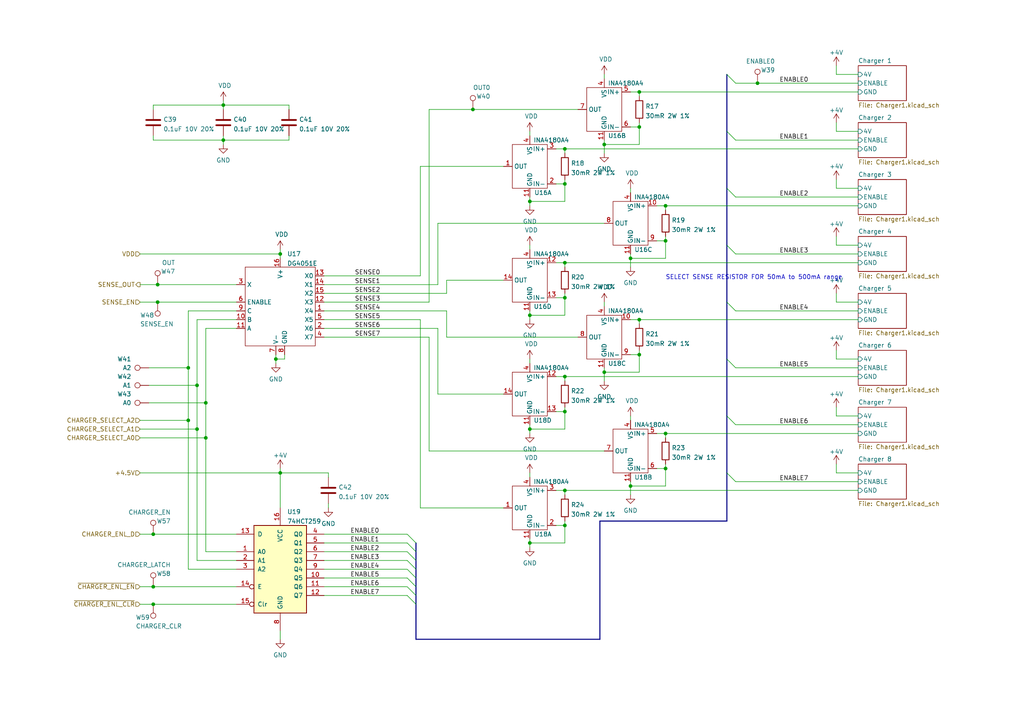
<source format=kicad_sch>
(kicad_sch (version 20211123) (generator eeschema)
  (paper "A4")
  (lib_symbols
    (symbol "74xx:74LS259" (pin_names (offset 1.016))
      (property "Reference" "U" (at -7.62 13.97 0))
      (property "Value" "74LS259" (at -7.62 -13.97 0))
      (symbol "74LS259_1_0"
        (pin input line (at -12.7 5.08 0) (length 5.08) (name "A0") (number "1"))
        (pin output line (at 12.7 -2.54 180) (length 5.08) (name "Q5") (number "10"))
        (pin output line (at 12.7 -5.08 180) (length 5.08) (name "Q6") (number "11"))
        (pin output line (at 12.7 -7.62 180) (length 5.08) (name "Q7") (number "12"))
        (pin input line (at -12.7 10.16 0) (length 5.08) (name "D") (number "13"))
        (pin input inverted (at -12.7 -5.08 0) (length 5.08) (name "E") (number "14"))
        (pin input inverted (at -12.7 -10.16 0) (length 5.08) (name "Clr") (number "15"))
        (pin power_in line (at 0 17.78 270) (length 5.08) (name "VCC") (number "16"))
        (pin input line (at -12.7 2.54 0) (length 5.08) (name "A1") (number "2"))
        (pin input line (at -12.7 0 0) (length 5.08) (name "A2") (number "3"))
        (pin output line (at 12.7 10.16 180) (length 5.08) (name "Q0") (number "4"))
        (pin output line (at 12.7 7.62 180) (length 5.08) (name "Q1") (number "5"))
        (pin output line (at 12.7 5.08 180) (length 5.08) (name "Q2") (number "6"))
        (pin output line (at 12.7 2.54 180) (length 5.08) (name "Q3") (number "7"))
        (pin power_in line (at 0 -17.78 90) (length 5.08) (name "GND") (number "8"))
        (pin output line (at 12.7 0 180) (length 5.08) (name "Q4") (number "9"))
      )
      (symbol "74LS259_1_1"
        (rectangle (start -7.62 12.7) (end 7.62 -12.7) (stroke (width 0.254)) (fill (type background)))
      )
    )
    (symbol "Device:C" (pin_numbers hide) (pin_names (offset 0.254))
      (property "Reference" "C" (at 0.635 2.54 0))
      (property "Value" "C" (at 0.635 -2.54 0))
      (symbol "C_0_1"
        (polyline (pts (xy -2.032 -0.762) (xy 2.032 -0.762)) (stroke (width 0.508)))
        (polyline (pts (xy -2.032 0.762) (xy 2.032 0.762)) (stroke (width 0.508)))
      )
      (symbol "C_1_1"
        (pin passive line (at 0 3.81 270) (length 2.794) (name "~") (number "1"))
        (pin passive line (at 0 -3.81 90) (length 2.794) (name "~") (number "2"))
      )
    )
    (symbol "Device:R" (pin_numbers hide) (pin_names (offset 0))
      (property "Reference" "R" (at 2.032 0 90))
      (property "Value" "R" (at 0 0 90))
      (symbol "R_0_1"
        (rectangle (start -1.016 -2.54) (end 1.016 2.54) (stroke (width 0.254)))
      )
      (symbol "R_1_1"
        (pin passive line (at 0 3.81 270) (length 1.27) (name "~") (number "1"))
        (pin passive line (at 0 -3.81 90) (length 1.27) (name "~") (number "2"))
      )
    )
    (symbol "Pixels-dice:DG4051E"
      (property "Reference" "U" (at 7.62 -12.7 0))
      (property "Value" "DG4051E" (at 5.08 12.7 0))
      (symbol "DG4051E_0_1"
        (rectangle (start -10.16 11.43) (end 10.16 -11.43))
      )
      (symbol "DG4051E_1_1"
        (pin bidirectional line (at 12.7 -1.27 180) (length 2.54) (name "X4") (number "1"))
        (pin input line (at -12.7 -3.81 0) (length 2.54) (name "B") (number "10"))
        (pin input line (at -12.7 -6.35 0) (length 2.54) (name "A") (number "11"))
        (pin bidirectional line (at 12.7 1.27 180) (length 2.54) (name "X3") (number "12"))
        (pin bidirectional line (at 12.7 8.89 180) (length 2.54) (name "X0") (number "13"))
        (pin bidirectional line (at 12.7 6.35 180) (length 2.54) (name "X1") (number "14"))
        (pin bidirectional line (at 12.7 3.81 180) (length 2.54) (name "X2") (number "15"))
        (pin power_in line (at 0 13.97 270) (length 2.54) (name "V+") (number "16"))
        (pin bidirectional line (at 12.7 -6.35 180) (length 2.54) (name "X6") (number "2"))
        (pin bidirectional line (at -12.7 6.35 0) (length 2.54) (name "X") (number "3"))
        (pin bidirectional line (at 12.7 -8.89 180) (length 2.54) (name "X7") (number "4"))
        (pin bidirectional line (at 12.7 -3.81 180) (length 2.54) (name "X5") (number "5"))
        (pin input line (at -12.7 1.27 0) (length 2.54) (name "ENABLE") (number "6"))
        (pin power_in line (at -1.27 -13.97 90) (length 2.54) (name "V-") (number "7"))
        (pin power_in line (at 1.27 -13.97 90) (length 2.54) (name "GND") (number "8"))
        (pin input line (at -12.7 -1.27 0) (length 2.54) (name "C") (number "9"))
      )
    )
    (symbol "Pixels-dice:INA4180"
      (property "Reference" "U" (at 3.81 -7.62 0))
      (property "Value" "INA4180" (at 5.08 7.62 0))
      (symbol "INA4180_0_1"
        (rectangle (start -5.08 6.35) (end 5.08 -6.35))
        (pin power_in line (at 0 -8.89 90) (length 2.54) (name "GND") (number "11"))
        (pin power_in line (at 0 8.89 270) (length 2.54) (name "VS") (number "4"))
      )
      (symbol "INA4180_1_1"
        (pin output line (at 7.62 0 180) (length 2.54) (name "OUT") (number "1"))
        (pin input line (at -7.62 -5.08 0) (length 2.54) (name "IN-") (number "2"))
        (pin input line (at -7.62 5.08 0) (length 2.54) (name "IN+") (number "3"))
      )
      (symbol "INA4180_2_1"
        (pin input line (at -7.62 5.08 0) (length 2.54) (name "IN+") (number "5"))
        (pin input line (at -7.62 -5.08 0) (length 2.54) (name "IN-") (number "6"))
        (pin output line (at 7.62 0 180) (length 2.54) (name "OUT") (number "7"))
      )
      (symbol "INA4180_3_1"
        (pin input line (at -7.62 5.08 0) (length 2.54) (name "IN+") (number "10"))
        (pin output line (at 7.62 0 180) (length 2.54) (name "OUT") (number "8"))
        (pin input line (at -7.62 -5.08 0) (length 2.54) (name "IN-") (number "9"))
      )
      (symbol "INA4180_4_1"
        (pin input line (at -7.62 5.08 0) (length 2.54) (name "IN+") (number "12"))
        (pin input line (at -7.62 -5.08 0) (length 2.54) (name "IN-") (number "13"))
        (pin output line (at 7.62 0 180) (length 2.54) (name "OUT") (number "14"))
      )
    )
    (symbol "Pixels-dice:TEST_1P-conn" (pin_numbers hide) (pin_names (offset 0.762) hide)
      (property "Reference" "W" (at 0 6.858 0))
      (property "Value" "TEST_1P-conn" (at 0 5.08 0))
      (symbol "TEST_1P-conn_0_1"
        (circle (center 0 3.302) (radius 0.762))
      )
      (symbol "TEST_1P-conn_1_1"
        (pin passive line (at 0 0 90) (length 2.54) (name "1") (number "1"))
      )
    )
    (symbol "power:+4V" (power) (pin_names (offset 0))
      (property "Value" "+4V" (at 0 3.556 0))
      (symbol "+4V_0_1"
        (polyline (pts (xy -0.762 1.27) (xy 0 2.54)))
        (polyline (pts (xy 0 0) (xy 0 2.54)))
        (polyline (pts (xy 0 2.54) (xy 0.762 1.27)))
      )
      (symbol "+4V_1_1"
        (pin power_in line (at 0 0 90) (length 0) hide (name "+4V") (number "1"))
      )
    )
    (symbol "power:GND" (power) (pin_names (offset 0))
      (property "Value" "GND" (at 0 -3.81 0))
      (symbol "GND_0_1"
        (polyline (pts (xy 0 0) (xy 0 -1.27) (xy 1.27 -1.27) (xy 0 -2.54) (xy -1.27 -1.27) (xy 0 -1.27)))
      )
      (symbol "GND_1_1"
        (pin power_in line (at 0 0 270) (length 0) hide (name "GND") (number "1"))
      )
    )
    (symbol "power:VDD" (power) (pin_names (offset 0))
      (property "Value" "VDD" (at 0 3.81 0))
      (symbol "VDD_0_1"
        (polyline (pts (xy -0.762 1.27) (xy 0 2.54)))
        (polyline (pts (xy 0 0) (xy 0 2.54)))
        (polyline (pts (xy 0 2.54) (xy 0.762 1.27)))
      )
      (symbol "VDD_1_1"
        (pin power_in line (at 0 0 90) (length 0) hide (name "VDD") (number "1"))
      )
    )
  )
  (junction (at 153.67 58.42))
  (junction (at 59.69 127))
  (junction (at 219.71 24.13))
  (junction (at 182.88 74.93))
  (junction (at 44.45 175.26))
  (junction (at 185.42 36.83))
  (junction (at 193.04 125.73))
  (junction (at 81.28 73.66))
  (junction (at 59.69 116.84))
  (junction (at 44.45 170.18))
  (junction (at 193.04 69.85))
  (junction (at 153.67 157.48))
  (junction (at 80.01 104.14))
  (junction (at 57.15 124.46))
  (junction (at 182.88 140.97))
  (junction (at 153.67 124.46))
  (junction (at 57.15 111.76))
  (junction (at 185.42 26.67))
  (junction (at 163.83 53.34))
  (junction (at 175.26 107.95))
  (junction (at 45.72 87.63))
  (junction (at 163.83 86.36))
  (junction (at 163.83 142.24))
  (junction (at 163.83 76.2))
  (junction (at 44.45 154.94))
  (junction (at 64.77 30.48))
  (junction (at 185.42 102.87))
  (junction (at 163.83 119.38))
  (junction (at 137.16 31.75))
  (junction (at 193.04 135.89))
  (junction (at 163.83 43.18))
  (junction (at 64.77 40.64))
  (junction (at 193.04 59.69))
  (junction (at 185.42 92.71))
  (junction (at 163.83 109.22))
  (junction (at 153.67 91.44))
  (junction (at 175.26 41.91))
  (junction (at 163.83 152.4))
  (junction (at 45.72 82.55))
  (junction (at 54.61 121.92))
  (junction (at 54.61 106.68))
  (junction (at 81.28 137.16))
  (bus_entry (at 118.11 170.18) (size 2.54 2.54))
  (bus_entry (at 118.11 162.56) (size 2.54 2.54))
  (bus_entry (at 118.11 157.48) (size 2.54 2.54))
  (bus_entry (at 118.11 154.94) (size 2.54 2.54))
  (bus_entry (at 118.11 160.02) (size 2.54 2.54))
  (bus_entry (at 118.11 172.72) (size 2.54 2.54))
  (bus_entry (at 118.11 167.64) (size 2.54 2.54))
  (bus_entry (at 118.11 165.1) (size 2.54 2.54))
  (bus_entry (at 210.82 21.59) (size 2.54 2.54))
  (bus_entry (at 213.36 40.64) (size -2.54 -2.54))
  (bus_entry (at 213.36 57.15) (size -2.54 -2.54))
  (bus_entry (at 213.36 73.66) (size -2.54 -2.54))
  (bus_entry (at 213.36 106.68) (size -2.54 -2.54))
  (bus_entry (at 213.36 90.17) (size -2.54 -2.54))
  (bus_entry (at 213.36 139.7) (size -2.54 -2.54))
  (bus_entry (at 213.36 123.19) (size -2.54 -2.54))
  (wire (pts (xy 190.5 125.73) (xy 193.04 125.73)))
  (wire (pts (xy 127 64.77) (xy 175.26 64.77)))
  (wire (pts (xy 80.01 102.87) (xy 80.01 104.14)))
  (wire (pts (xy 121.92 147.32) (xy 121.92 92.71)))
  (wire (pts (xy 54.61 121.92) (xy 54.61 165.1)))
  (wire (pts (xy 185.42 26.67) (xy 248.92 26.67)))
  (wire (pts (xy 193.04 69.85) (xy 193.04 74.93)))
  (wire (pts (xy 153.67 90.17) (xy 153.67 91.44)))
  (bus (pts (xy 210.82 38.1) (xy 210.82 54.61)))
  (wire (pts (xy 193.04 125.73) (xy 193.04 127)))
  (wire (pts (xy 129.54 90.17) (xy 129.54 97.79)))
  (wire (pts (xy 213.36 106.68) (xy 248.92 106.68)))
  (wire (pts (xy 64.77 30.48) (xy 83.82 30.48)))
  (wire (pts (xy 213.36 139.7) (xy 248.92 139.7)))
  (wire (pts (xy 153.67 57.15) (xy 153.67 58.42)))
  (wire (pts (xy 153.67 38.1) (xy 153.67 39.37)))
  (wire (pts (xy 44.45 170.18) (xy 68.58 170.18)))
  (wire (pts (xy 43.18 106.68) (xy 54.61 106.68)))
  (wire (pts (xy 81.28 72.39) (xy 81.28 73.66)))
  (wire (pts (xy 213.36 90.17) (xy 248.92 90.17)))
  (wire (pts (xy 43.18 116.84) (xy 59.69 116.84)))
  (wire (pts (xy 182.88 26.67) (xy 185.42 26.67)))
  (wire (pts (xy 163.83 119.38) (xy 163.83 124.46)))
  (wire (pts (xy 163.83 109.22) (xy 163.83 110.49)))
  (wire (pts (xy 175.26 107.95) (xy 175.26 110.49)))
  (wire (pts (xy 40.64 154.94) (xy 44.45 154.94)))
  (wire (pts (xy 163.83 53.34) (xy 163.83 52.07)))
  (wire (pts (xy 95.25 138.43) (xy 95.25 137.16)))
  (wire (pts (xy 93.98 154.94) (xy 118.11 154.94)))
  (wire (pts (xy 93.98 165.1) (xy 118.11 165.1)))
  (wire (pts (xy 44.45 154.94) (xy 68.58 154.94)))
  (bus (pts (xy 173.99 185.42) (xy 173.99 151.13)))
  (wire (pts (xy 242.57 87.63) (xy 248.92 87.63)))
  (wire (pts (xy 57.15 111.76) (xy 57.15 92.71)))
  (wire (pts (xy 182.88 140.97) (xy 182.88 143.51)))
  (bus (pts (xy 210.82 71.12) (xy 210.82 87.63)))
  (wire (pts (xy 163.83 152.4) (xy 163.83 151.13)))
  (wire (pts (xy 242.57 85.09) (xy 242.57 87.63)))
  (wire (pts (xy 190.5 59.69) (xy 193.04 59.69)))
  (wire (pts (xy 175.26 41.91) (xy 175.26 44.45)))
  (wire (pts (xy 81.28 182.88) (xy 81.28 185.42)))
  (wire (pts (xy 242.57 21.59) (xy 248.92 21.59)))
  (wire (pts (xy 44.45 39.37) (xy 44.45 40.64)))
  (wire (pts (xy 93.98 172.72) (xy 118.11 172.72)))
  (wire (pts (xy 59.69 116.84) (xy 59.69 95.25)))
  (wire (pts (xy 193.04 69.85) (xy 193.04 68.58)))
  (wire (pts (xy 83.82 30.48) (xy 83.82 31.75)))
  (wire (pts (xy 193.04 135.89) (xy 193.04 140.97)))
  (wire (pts (xy 153.67 104.14) (xy 153.67 105.41)))
  (wire (pts (xy 242.57 19.05) (xy 242.57 21.59)))
  (wire (pts (xy 82.55 104.14) (xy 80.01 104.14)))
  (wire (pts (xy 175.26 106.68) (xy 175.26 107.95)))
  (wire (pts (xy 163.83 43.18) (xy 248.92 43.18)))
  (bus (pts (xy 120.65 167.64) (xy 120.65 170.18)))
  (wire (pts (xy 242.57 120.65) (xy 248.92 120.65)))
  (wire (pts (xy 161.29 43.18) (xy 163.83 43.18)))
  (wire (pts (xy 153.67 58.42) (xy 153.67 59.69)))
  (wire (pts (xy 45.72 82.55) (xy 68.58 82.55)))
  (wire (pts (xy 242.57 137.16) (xy 248.92 137.16)))
  (wire (pts (xy 161.29 119.38) (xy 163.83 119.38)))
  (wire (pts (xy 54.61 165.1) (xy 68.58 165.1)))
  (wire (pts (xy 93.98 162.56) (xy 118.11 162.56)))
  (wire (pts (xy 193.04 125.73) (xy 248.92 125.73)))
  (wire (pts (xy 242.57 68.58) (xy 242.57 71.12)))
  (wire (pts (xy 242.57 52.07) (xy 242.57 54.61)))
  (wire (pts (xy 193.04 140.97) (xy 182.88 140.97)))
  (wire (pts (xy 242.57 35.56) (xy 242.57 38.1)))
  (wire (pts (xy 45.72 87.63) (xy 68.58 87.63)))
  (wire (pts (xy 64.77 39.37) (xy 64.77 40.64)))
  (wire (pts (xy 129.54 81.28) (xy 129.54 85.09)))
  (wire (pts (xy 163.83 119.38) (xy 163.83 118.11)))
  (wire (pts (xy 127 114.3) (xy 146.05 114.3)))
  (bus (pts (xy 120.65 157.48) (xy 120.65 160.02)))
  (wire (pts (xy 163.83 53.34) (xy 163.83 58.42)))
  (wire (pts (xy 40.64 127) (xy 59.69 127)))
  (bus (pts (xy 120.65 165.1) (xy 120.65 167.64)))
  (wire (pts (xy 137.16 31.75) (xy 167.64 31.75)))
  (wire (pts (xy 182.88 54.61) (xy 182.88 55.88)))
  (wire (pts (xy 81.28 137.16) (xy 95.25 137.16)))
  (bus (pts (xy 120.65 160.02) (xy 120.65 162.56)))
  (wire (pts (xy 44.45 175.26) (xy 68.58 175.26)))
  (wire (pts (xy 121.92 48.26) (xy 146.05 48.26)))
  (wire (pts (xy 121.92 92.71) (xy 93.98 92.71)))
  (wire (pts (xy 57.15 124.46) (xy 57.15 111.76)))
  (wire (pts (xy 242.57 38.1) (xy 248.92 38.1)))
  (wire (pts (xy 93.98 167.64) (xy 118.11 167.64)))
  (wire (pts (xy 185.42 92.71) (xy 248.92 92.71)))
  (wire (pts (xy 59.69 127) (xy 59.69 160.02)))
  (wire (pts (xy 163.83 142.24) (xy 248.92 142.24)))
  (wire (pts (xy 242.57 71.12) (xy 248.92 71.12)))
  (wire (pts (xy 54.61 106.68) (xy 54.61 90.17)))
  (wire (pts (xy 185.42 36.83) (xy 185.42 35.56)))
  (wire (pts (xy 242.57 118.11) (xy 242.57 120.65)))
  (wire (pts (xy 83.82 39.37) (xy 83.82 40.64)))
  (wire (pts (xy 153.67 156.21) (xy 153.67 157.48)))
  (wire (pts (xy 124.46 87.63) (xy 93.98 87.63)))
  (wire (pts (xy 182.88 74.93) (xy 182.88 77.47)))
  (wire (pts (xy 121.92 48.26) (xy 121.92 80.01)))
  (wire (pts (xy 81.28 135.89) (xy 81.28 137.16)))
  (wire (pts (xy 57.15 124.46) (xy 57.15 162.56)))
  (wire (pts (xy 124.46 31.75) (xy 137.16 31.75)))
  (bus (pts (xy 210.82 104.14) (xy 210.82 120.65)))
  (wire (pts (xy 242.57 54.61) (xy 248.92 54.61)))
  (wire (pts (xy 185.42 41.91) (xy 175.26 41.91)))
  (wire (pts (xy 93.98 97.79) (xy 124.46 97.79)))
  (wire (pts (xy 153.67 71.12) (xy 153.67 72.39)))
  (wire (pts (xy 163.83 124.46) (xy 153.67 124.46)))
  (wire (pts (xy 43.18 111.76) (xy 57.15 111.76)))
  (bus (pts (xy 120.65 170.18) (xy 120.65 172.72)))
  (wire (pts (xy 95.25 147.32) (xy 95.25 146.05)))
  (wire (pts (xy 163.83 86.36) (xy 163.83 85.09)))
  (bus (pts (xy 210.82 87.63) (xy 210.82 104.14)))
  (wire (pts (xy 64.77 30.48) (xy 64.77 31.75)))
  (wire (pts (xy 40.64 137.16) (xy 81.28 137.16)))
  (wire (pts (xy 161.29 86.36) (xy 163.83 86.36)))
  (wire (pts (xy 80.01 104.14) (xy 80.01 105.41)))
  (bus (pts (xy 120.65 185.42) (xy 173.99 185.42)))
  (wire (pts (xy 121.92 147.32) (xy 146.05 147.32)))
  (wire (pts (xy 44.45 30.48) (xy 64.77 30.48)))
  (wire (pts (xy 59.69 160.02) (xy 68.58 160.02)))
  (bus (pts (xy 120.65 172.72) (xy 120.65 175.26)))
  (wire (pts (xy 153.67 124.46) (xy 153.67 125.73)))
  (wire (pts (xy 163.83 76.2) (xy 163.83 77.47)))
  (wire (pts (xy 182.88 120.65) (xy 182.88 121.92)))
  (wire (pts (xy 93.98 90.17) (xy 129.54 90.17)))
  (wire (pts (xy 242.57 101.6) (xy 242.57 104.14)))
  (bus (pts (xy 120.65 162.56) (xy 120.65 165.1)))
  (wire (pts (xy 81.28 73.66) (xy 81.28 74.93)))
  (wire (pts (xy 127 95.25) (xy 127 114.3)))
  (wire (pts (xy 163.83 142.24) (xy 163.83 143.51)))
  (wire (pts (xy 185.42 102.87) (xy 185.42 107.95)))
  (wire (pts (xy 82.55 102.87) (xy 82.55 104.14)))
  (wire (pts (xy 185.42 107.95) (xy 175.26 107.95)))
  (wire (pts (xy 40.64 73.66) (xy 81.28 73.66)))
  (wire (pts (xy 213.36 57.15) (xy 248.92 57.15)))
  (wire (pts (xy 40.64 82.55) (xy 45.72 82.55)))
  (wire (pts (xy 153.67 123.19) (xy 153.67 124.46)))
  (wire (pts (xy 163.83 152.4) (xy 163.83 157.48)))
  (bus (pts (xy 210.82 120.65) (xy 210.82 137.16)))
  (bus (pts (xy 173.99 151.13) (xy 210.82 151.13)))
  (wire (pts (xy 185.42 26.67) (xy 185.42 27.94)))
  (wire (pts (xy 213.36 40.64) (xy 248.92 40.64)))
  (wire (pts (xy 175.26 40.64) (xy 175.26 41.91)))
  (wire (pts (xy 93.98 95.25) (xy 127 95.25)))
  (wire (pts (xy 93.98 85.09) (xy 129.54 85.09)))
  (wire (pts (xy 182.88 73.66) (xy 182.88 74.93)))
  (wire (pts (xy 182.88 36.83) (xy 185.42 36.83)))
  (bus (pts (xy 210.82 137.16) (xy 210.82 151.13)))
  (wire (pts (xy 81.28 137.16) (xy 81.28 147.32)))
  (wire (pts (xy 54.61 121.92) (xy 54.61 106.68)))
  (wire (pts (xy 161.29 152.4) (xy 163.83 152.4)))
  (wire (pts (xy 153.67 157.48) (xy 153.67 158.75)))
  (wire (pts (xy 40.64 121.92) (xy 54.61 121.92)))
  (wire (pts (xy 193.04 74.93) (xy 182.88 74.93)))
  (wire (pts (xy 129.54 81.28) (xy 146.05 81.28)))
  (wire (pts (xy 175.26 87.63) (xy 175.26 88.9)))
  (wire (pts (xy 193.04 135.89) (xy 193.04 134.62)))
  (wire (pts (xy 121.92 80.01) (xy 93.98 80.01)))
  (wire (pts (xy 153.67 91.44) (xy 153.67 92.71)))
  (wire (pts (xy 185.42 102.87) (xy 185.42 101.6)))
  (wire (pts (xy 213.36 73.66) (xy 248.92 73.66)))
  (wire (pts (xy 40.64 87.63) (xy 45.72 87.63)))
  (wire (pts (xy 124.46 31.75) (xy 124.46 87.63)))
  (wire (pts (xy 64.77 29.21) (xy 64.77 30.48)))
  (wire (pts (xy 44.45 31.75) (xy 44.45 30.48)))
  (wire (pts (xy 59.69 95.25) (xy 68.58 95.25)))
  (wire (pts (xy 161.29 109.22) (xy 163.83 109.22)))
  (wire (pts (xy 57.15 162.56) (xy 68.58 162.56)))
  (wire (pts (xy 129.54 97.79) (xy 167.64 97.79)))
  (wire (pts (xy 242.57 104.14) (xy 248.92 104.14)))
  (wire (pts (xy 190.5 69.85) (xy 193.04 69.85)))
  (wire (pts (xy 242.57 134.62) (xy 242.57 137.16)))
  (bus (pts (xy 210.82 21.59) (xy 210.82 38.1)))
  (wire (pts (xy 213.36 123.19) (xy 248.92 123.19)))
  (wire (pts (xy 193.04 59.69) (xy 248.92 59.69)))
  (wire (pts (xy 127 64.77) (xy 127 82.55)))
  (wire (pts (xy 40.64 124.46) (xy 57.15 124.46)))
  (wire (pts (xy 161.29 53.34) (xy 163.83 53.34)))
  (wire (pts (xy 163.83 157.48) (xy 153.67 157.48)))
  (wire (pts (xy 163.83 58.42) (xy 153.67 58.42)))
  (wire (pts (xy 124.46 97.79) (xy 124.46 130.81)))
  (wire (pts (xy 190.5 135.89) (xy 193.04 135.89)))
  (wire (pts (xy 213.36 24.13) (xy 219.71 24.13)))
  (wire (pts (xy 185.42 92.71) (xy 185.42 93.98)))
  (wire (pts (xy 163.83 109.22) (xy 248.92 109.22)))
  (wire (pts (xy 193.04 59.69) (xy 193.04 60.96)))
  (wire (pts (xy 163.83 86.36) (xy 163.83 91.44)))
  (wire (pts (xy 93.98 170.18) (xy 118.11 170.18)))
  (wire (pts (xy 175.26 21.59) (xy 175.26 22.86)))
  (wire (pts (xy 83.82 40.64) (xy 64.77 40.64)))
  (wire (pts (xy 182.88 102.87) (xy 185.42 102.87)))
  (wire (pts (xy 182.88 139.7) (xy 182.88 140.97)))
  (wire (pts (xy 64.77 40.64) (xy 64.77 41.91)))
  (wire (pts (xy 161.29 76.2) (xy 163.83 76.2)))
  (wire (pts (xy 40.64 175.26) (xy 44.45 175.26)))
  (wire (pts (xy 185.42 36.83) (xy 185.42 41.91)))
  (wire (pts (xy 44.45 40.64) (xy 64.77 40.64)))
  (wire (pts (xy 59.69 127) (xy 59.69 116.84)))
  (wire (pts (xy 93.98 157.48) (xy 118.11 157.48)))
  (wire (pts (xy 182.88 92.71) (xy 185.42 92.71)))
  (wire (pts (xy 124.46 130.81) (xy 175.26 130.81)))
  (wire (pts (xy 163.83 76.2) (xy 248.92 76.2)))
  (wire (pts (xy 54.61 90.17) (xy 68.58 90.17)))
  (wire (pts (xy 163.83 91.44) (xy 153.67 91.44)))
  (wire (pts (xy 219.71 24.13) (xy 248.92 24.13)))
  (wire (pts (xy 57.15 92.71) (xy 68.58 92.71)))
  (wire (pts (xy 161.29 142.24) (xy 163.83 142.24)))
  (wire (pts (xy 93.98 160.02) (xy 118.11 160.02)))
  (wire (pts (xy 163.83 43.18) (xy 163.83 44.45)))
  (wire (pts (xy 40.64 170.18) (xy 44.45 170.18)))
  (wire (pts (xy 93.98 82.55) (xy 127 82.55)))
  (bus (pts (xy 120.65 175.26) (xy 120.65 185.42)))
  (bus (pts (xy 210.82 54.61) (xy 210.82 71.12)))
  (wire (pts (xy 153.67 137.16) (xy 153.67 138.43)))
  (text "SELECT SENSE RESISTOR FOR 50mA to 500mA range" (at 193.04 81.28 0) (effects (font (size 1.27 1.27)) (justify left bottom)))
  (label "SENSE7" (at 102.87 97.79 0))
  (label "SENSE6" (at 102.87 95.25 0))
  (label "SENSE1" (at 102.87 82.55 0))
  (label "ENABLE1" (at 226.06 40.64 0))
  (label "ENABLE2" (at 226.06 57.15 0))
  (label "ENABLE6" (at 101.6 170.18 0))
  (label "ENABLE2" (at 101.6 160.02 0))
  (label "ENABLE4" (at 101.6 165.1 0))
  (label "SENSE2" (at 102.87 85.09 0))
  (label "SENSE4" (at 102.87 90.17 0))
  (label "ENABLE0" (at 101.6 154.94 0))
  (label "SENSE0" (at 102.87 80.01 0))
  (label "ENABLE0" (at 226.06 24.13 0))
  (label "ENABLE3" (at 101.6 162.56 0))
  (label "ENABLE6" (at 226.06 123.19 0))
  (label "SENSE3" (at 102.87 87.63 0))
  (label "ENABLE7" (at 101.6 172.72 0))
  (label "ENABLE3" (at 226.06 73.66 0))
  (label "ENABLE5" (at 101.6 167.64 0))
  (label "SENSE5" (at 102.87 92.71 0))
  (label "ENABLE4" (at 226.06 90.17 0))
  (label "ENABLE7" (at 226.06 139.7 0))
  (label "ENABLE5" (at 226.06 106.68 0))
  (label "ENABLE1" (at 101.6 157.48 0))
  (hierarchical_label "CHARGER_SELECT_A1" (shape input) (at 40.64 124.46 180))
  (hierarchical_label "CHARGER_SELECT_A2" (shape input) (at 40.64 121.92 180))
  (hierarchical_label "SENSE_OUT" (shape output) (at 40.64 82.55 180))
  (hierarchical_label "CHARGER_SELECT_A0" (shape input) (at 40.64 127 180))
  (hierarchical_label "~{CHARGER_ENL_EN}" (shape input) (at 40.64 170.18 180))
  (hierarchical_label "+4.5V" (shape input) (at 40.64 137.16 180))
  (hierarchical_label "~{CHARGER_ENL_CLR}" (shape input) (at 40.64 175.26 180))
  (hierarchical_label "VDD" (shape input) (at 40.64 73.66 180))
  (hierarchical_label "CHARGER_ENL_D" (shape input) (at 40.64 154.94 180))
  (hierarchical_label "SENSE_EN" (shape input) (at 40.64 87.63 180))
  (symbol (lib_id "74xx:74LS259") (at 81.28 165.1 0) (unit 1)
    (property "Reference" "U19" (at 83.2994 148.4335 0) (effects (justify left)))
    (property "Value" "74HCT259" (at 83.2994 151.2086 0) (effects (justify left)))
    (property "Footprint" "Package_SO:SSOP-16_4.4x5.2mm_P0.65mm" (effects hide))
    (property "Datasheet" "http://www.ti.com/lit/gpn/sn74LS259" (effects hide))
    (property "Manufacturer" "Nexperia" (effects hide))
    (property "Manufacturer Part Number" "74HCT259D" (effects hide))
  )
  (symbol (lib_id "Pixels-dice:TEST_1P-conn") (at 45.72 82.55 0) (mirror y) (unit 1)
    (property "Reference" "W47" (at 50.8 78.74 0) (effects (justify left)))
    (property "Value" "OUT" (at 50.8 76.2 0) (effects (justify left)))
    (property "Footprint" "Pixels-dice:TestPoint_THTPad_1.5x1.5mm_Drill0.7mm" (effects hide))
  )
  (symbol (lib_id "Pixels-dice:TEST_1P-conn") (at 44.45 175.26 0) (mirror x) (unit 1)
    (property "Reference" "W59" (at 39.37 179.07 0) (effects (justify left)))
    (property "Value" "CHARGER_CLR" (at 39.37 181.61 0) (effects (justify left)))
    (property "Footprint" "Pixels-dice:TestPoint_THTPad_1.5x1.5mm_Drill0.7mm" (effects hide))
  )
  (symbol (lib_id "power:VDD") (at 175.26 21.59 0) (unit 1)
    (property "Reference" "#PWR028" (effects hide))
    (property "Value" "VDD" (at 175.6918 17.1958 0))
  )
  (symbol (lib_id "power:VDD") (at 153.67 104.14 0) (unit 1)
    (property "Reference" "#PWR045" (effects hide))
    (property "Value" "VDD" (at 154.1018 99.7458 0))
  )
  (symbol (lib_id "Pixels-dice:DG4051E") (at 81.28 88.9 0) (unit 1)
    (property "Reference" "U17" (at 83.2994 73.6305 0) (effects (justify left)))
    (property "Value" "DG4051E" (at 83.2994 76.4056 0) (effects (justify left)))
    (property "Footprint" "Package_SO:SSOP-16_4.4x5.2mm_P0.65mm" (effects hide))
    (property "Manufacturer" "Vishay Intertech" (effects hide))
    (property "Manufacturer Part Number" "DG4051EEQ-T1-GE3" (effects hide))
  )
  (symbol (lib_id "power:GND") (at 182.88 143.51 0) (unit 1)
    (property "Reference" "#PWR054" (effects hide))
    (property "Value" "GND" (at 182.88 148.0725 0))
  )
  (symbol (lib_id "power:VDD") (at 182.88 54.61 0) (unit 1)
    (property "Reference" "#PWR035" (effects hide))
    (property "Value" "VDD" (at 183.3118 50.2158 0))
  )
  (symbol (lib_id "Device:R") (at 163.83 81.28 180) (unit 1)
    (property "Reference" "R20" (at 165.608 80.3715 0) (effects (justify right)))
    (property "Value" "30mR 2W 1%" (at 165.608 83.1466 0) (effects (justify right)))
    (property "Footprint" "Resistor_SMD:R_2512_6332Metric" (effects hide))
    (property "LCSC Part Number" "C2838959" (effects hide))
    (property "Manufacturer" "Pro semi" (effects hide))
    (property "Manufacturer Part Number" "LMP25NF2P0R030" (effects hide))
  )
  (symbol (lib_id "power:+4V") (at 242.57 52.07 0) (unit 1)
    (property "Reference" "#PWR034" (effects hide))
    (property "Value" "+4V" (at 242.57 48.26 0))
  )
  (symbol (lib_id "power:GND") (at 95.25 147.32 0) (unit 1)
    (property "Reference" "#PWR055" (effects hide))
    (property "Value" "GND" (at 95.25 151.8825 0))
  )
  (symbol (lib_id "power:+4V") (at 242.57 134.62 0) (unit 1)
    (property "Reference" "#PWR051" (effects hide))
    (property "Value" "+4V" (at 242.57 131.0155 0))
  )
  (symbol (lib_id "Pixels-dice:INA4180") (at 153.67 114.3 0) (mirror y) (unit 4)
    (property "Reference" "U18" (at 160.02 121.92 0) (effects (justify left)))
    (property "Value" "INA4180A4" (at 165.1 106.68 0) (effects (justify left)))
    (property "Footprint" "Package_SO:TSSOP-14_4.4x5mm_P0.65mm" (effects hide))
    (property "Manufacturer" "Texas Instrument" (effects hide))
    (property "Manufacturer Part Number" "INA4180A4IPWR" (effects hide))
  )
  (symbol (lib_id "power:+4V") (at 242.57 19.05 0) (unit 1)
    (property "Reference" "#PWR027" (effects hide))
    (property "Value" "+4V" (at 242.57 15.24 0))
  )
  (symbol (lib_id "power:GND") (at 153.67 125.73 0) (unit 1)
    (property "Reference" "#PWR050" (effects hide))
    (property "Value" "GND" (at 153.67 130.2925 0))
  )
  (symbol (lib_id "Pixels-dice:INA4180") (at 175.26 31.75 0) (mirror y) (unit 2)
    (property "Reference" "U16" (at 181.61 39.37 0) (effects (justify left)))
    (property "Value" "INA4180A4" (at 186.69 24.13 0) (effects (justify left)))
    (property "Footprint" "Package_SO:TSSOP-14_4.4x5mm_P0.65mm" (effects hide))
    (property "Manufacturer" "Texas Instrument" (effects hide))
    (property "Manufacturer Part Number" "INA4180A4IPWR" (effects hide))
  )
  (symbol (lib_id "power:GND") (at 80.01 105.41 0) (unit 1)
    (property "Reference" "#PWR046" (effects hide))
    (property "Value" "GND" (at 80.01 109.9725 0))
  )
  (symbol (lib_id "Device:R") (at 185.42 97.79 180) (unit 1)
    (property "Reference" "R21" (at 187.198 96.8815 0) (effects (justify right)))
    (property "Value" "30mR 2W 1%" (at 187.198 99.6566 0) (effects (justify right)))
    (property "Footprint" "Resistor_SMD:R_2512_6332Metric" (effects hide))
    (property "LCSC Part Number" "C2838959" (effects hide))
    (property "Manufacturer" "Pro semi" (effects hide))
    (property "Manufacturer Part Number" "LMP25NF2P0R030" (effects hide))
  )
  (symbol (lib_id "power:VDD") (at 64.77 29.21 0) (unit 1)
    (property "Reference" "#PWR029" (effects hide))
    (property "Value" "VDD" (at 65.2018 24.8158 0))
  )
  (symbol (lib_id "Pixels-dice:TEST_1P-conn") (at 43.18 116.84 90) (mirror x) (unit 1)
    (property "Reference" "W43" (at 38.1 114.3 90) (effects (justify left)))
    (property "Value" "A0" (at 38.1 116.84 90) (effects (justify left)))
    (property "Footprint" "Pixels-dice:TestPoint_THTPad_1.5x1.5mm_Drill0.7mm" (effects hide))
  )
  (symbol (lib_id "power:VDD") (at 81.28 72.39 0) (unit 1)
    (property "Reference" "#PWR039" (effects hide))
    (property "Value" "VDD" (at 81.7118 67.9958 0))
  )
  (symbol (lib_id "Pixels-dice:INA4180") (at 182.88 130.81 0) (mirror y) (unit 2)
    (property "Reference" "U18" (at 189.23 138.43 0) (effects (justify left)))
    (property "Value" "INA4180A4" (at 194.31 123.19 0) (effects (justify left)))
    (property "Footprint" "Package_SO:TSSOP-14_4.4x5mm_P0.65mm" (effects hide))
    (property "Manufacturer" "Texas Instrument" (effects hide))
    (property "Manufacturer Part Number" "INA4180A4IPWR" (effects hide))
  )
  (symbol (lib_id "power:+4V") (at 242.57 35.56 0) (unit 1)
    (property "Reference" "#PWR030" (effects hide))
    (property "Value" "+4V" (at 242.57 31.9555 0))
  )
  (symbol (lib_id "Pixels-dice:INA4180") (at 182.88 64.77 0) (mirror y) (unit 3)
    (property "Reference" "U16" (at 189.23 72.39 0) (effects (justify left)))
    (property "Value" "INA4180A4" (at 194.31 57.15 0) (effects (justify left)))
    (property "Footprint" "Package_SO:TSSOP-14_4.4x5mm_P0.65mm" (effects hide))
    (property "Manufacturer" "Texas Instrument" (effects hide))
    (property "Manufacturer Part Number" "INA4180A4IPWR" (effects hide))
  )
  (symbol (lib_id "Pixels-dice:TEST_1P-conn") (at 45.72 87.63 0) (mirror x) (unit 1)
    (property "Reference" "W48" (at 40.64 91.44 0) (effects (justify left)))
    (property "Value" "SENSE_EN" (at 40.64 93.98 0) (effects (justify left)))
    (property "Footprint" "Pixels-dice:TestPoint_THTPad_1.5x1.5mm_Drill0.7mm" (effects hide))
  )
  (symbol (lib_id "Pixels-dice:TEST_1P-conn") (at 44.45 154.94 0) (mirror y) (unit 1)
    (property "Reference" "W57" (at 49.53 151.13 0) (effects (justify left)))
    (property "Value" "CHARGER_EN" (at 49.53 148.59 0) (effects (justify left)))
    (property "Footprint" "Pixels-dice:TestPoint_THTPad_1.5x1.5mm_Drill0.7mm" (effects hide))
  )
  (symbol (lib_id "power:VDD") (at 153.67 38.1 0) (unit 1)
    (property "Reference" "#PWR031" (effects hide))
    (property "Value" "VDD" (at 154.1018 33.7058 0))
  )
  (symbol (lib_id "Device:R") (at 163.83 147.32 180) (unit 1)
    (property "Reference" "R24" (at 165.608 146.4115 0) (effects (justify right)))
    (property "Value" "30mR 2W 1%" (at 165.608 149.1866 0) (effects (justify right)))
    (property "Footprint" "Resistor_SMD:R_2512_6332Metric" (effects hide))
    (property "LCSC Part Number" "C2838959" (effects hide))
    (property "Manufacturer" "Pro semi" (effects hide))
    (property "Manufacturer Part Number" "LMP25NF2P0R030" (effects hide))
  )
  (symbol (lib_id "Pixels-dice:INA4180") (at 153.67 147.32 0) (mirror y) (unit 1)
    (property "Reference" "U18" (at 160.02 154.94 0) (effects (justify left)))
    (property "Value" "INA4180A4" (at 165.1 139.7 0) (effects (justify left)))
    (property "Footprint" "Package_SO:TSSOP-14_4.4x5mm_P0.65mm" (effects hide))
    (property "Manufacturer" "Texas Instrument" (effects hide))
    (property "Manufacturer Part Number" "INA4180A4IPWR" (effects hide))
  )
  (symbol (lib_id "Device:C") (at 44.45 35.56 0) (unit 1)
    (property "Reference" "C39" (at 47.371 34.6515 0) (effects (justify left)))
    (property "Value" "0.1uF 10V 20%" (at 47.371 37.4266 0) (effects (justify left)))
    (property "Footprint" "Capacitor_SMD:C_0402_1005Metric" (effects hide))
    (property "LCSC Part Number" "C2168305" (effects hide))
    (property "Manufacturer" "Murata" (effects hide))
    (property "Manufacturer Part Number" "GRM155R71E104KE14J" (effects hide))
  )
  (symbol (lib_id "power:GND") (at 64.77 41.91 0) (unit 1)
    (property "Reference" "#PWR032" (effects hide))
    (property "Value" "GND" (at 64.77 46.4725 0))
  )
  (symbol (lib_id "Pixels-dice:TEST_1P-conn") (at 137.16 31.75 0) (mirror y) (unit 1)
    (property "Reference" "W40" (at 142.24 27.94 0) (effects (justify left)))
    (property "Value" "OUT0" (at 142.24 25.4 0) (effects (justify left)))
    (property "Footprint" "Pixels-dice:TestPoint_THTPad_1.5x1.5mm_Drill0.7mm" (effects hide))
  )
  (symbol (lib_id "power:+4V") (at 242.57 101.6 0) (unit 1)
    (property "Reference" "#PWR044" (effects hide))
    (property "Value" "+4V" (at 242.57 97.9955 0))
  )
  (symbol (lib_id "power:GND") (at 153.67 92.71 0) (unit 1)
    (property "Reference" "#PWR043" (effects hide))
    (property "Value" "GND" (at 153.67 97.2725 0))
  )
  (symbol (lib_id "Device:R") (at 193.04 130.81 180) (unit 1)
    (property "Reference" "R23" (at 194.818 129.9015 0) (effects (justify right)))
    (property "Value" "30mR 2W 1%" (at 194.818 132.6766 0) (effects (justify right)))
    (property "Footprint" "Resistor_SMD:R_2512_6332Metric" (effects hide))
    (property "LCSC Part Number" "C2838959" (effects hide))
    (property "Manufacturer" "Pro semi" (effects hide))
    (property "Manufacturer Part Number" "LMP25NF2P0R030" (effects hide))
  )
  (symbol (lib_id "power:GND") (at 81.28 185.42 0) (unit 1)
    (property "Reference" "#PWR057" (effects hide))
    (property "Value" "GND" (at 81.28 189.9825 0))
  )
  (symbol (lib_id "Pixels-dice:TEST_1P-conn") (at 43.18 111.76 90) (mirror x) (unit 1)
    (property "Reference" "W42" (at 38.1 109.22 90) (effects (justify left)))
    (property "Value" "A1" (at 38.1 111.76 90) (effects (justify left)))
    (property "Footprint" "Pixels-dice:TestPoint_THTPad_1.5x1.5mm_Drill0.7mm" (effects hide))
  )
  (symbol (lib_id "power:GND") (at 153.67 158.75 0) (unit 1)
    (property "Reference" "#PWR056" (effects hide))
    (property "Value" "GND" (at 153.67 163.3125 0))
  )
  (symbol (lib_id "Device:R") (at 163.83 48.26 180) (unit 1)
    (property "Reference" "R18" (at 165.608 47.3515 0) (effects (justify right)))
    (property "Value" "30mR 2W 1%" (at 165.608 50.1266 0) (effects (justify right)))
    (property "Footprint" "Resistor_SMD:R_2512_6332Metric" (effects hide))
    (property "LCSC Part Number" "C2838959" (effects hide))
    (property "Manufacturer" "Pro semi" (effects hide))
    (property "Manufacturer Part Number" "LMP25NF2P0R030" (effects hide))
  )
  (symbol (lib_id "Device:C") (at 83.82 35.56 0) (unit 1)
    (property "Reference" "C41" (at 86.741 34.6515 0) (effects (justify left)))
    (property "Value" "0.1uF 10V 20%" (at 86.741 37.4266 0) (effects (justify left)))
    (property "Footprint" "Capacitor_SMD:C_0402_1005Metric" (effects hide))
    (property "LCSC Part Number" "C2168305" (effects hide))
    (property "Manufacturer" "Murata" (effects hide))
    (property "Manufacturer Part Number" "GRM155R71E104KE14J" (effects hide))
  )
  (symbol (lib_id "power:+4V") (at 242.57 118.11 0) (unit 1)
    (property "Reference" "#PWR048" (effects hide))
    (property "Value" "+4V" (at 242.57 114.3 0))
  )
  (symbol (lib_id "power:+4V") (at 81.28 135.89 0) (unit 1)
    (property "Reference" "#PWR052" (effects hide))
    (property "Value" "+4V" (at 81.28 132.08 0))
  )
  (symbol (lib_id "Pixels-dice:TEST_1P-conn") (at 43.18 106.68 90) (mirror x) (unit 1)
    (property "Reference" "W41" (at 38.1 104.14 90) (effects (justify left)))
    (property "Value" "A2" (at 38.1 106.68 90) (effects (justify left)))
    (property "Footprint" "Pixels-dice:TestPoint_THTPad_1.5x1.5mm_Drill0.7mm" (effects hide))
  )
  (symbol (lib_id "Device:R") (at 185.42 31.75 180) (unit 1)
    (property "Reference" "R17" (at 187.198 30.8415 0) (effects (justify right)))
    (property "Value" "30mR 2W 1%" (at 187.198 33.6166 0) (effects (justify right)))
    (property "Footprint" "Resistor_SMD:R_2512_6332Metric" (effects hide))
    (property "LCSC Part Number" "C2838959" (effects hide))
    (property "Manufacturer" "Pro semi" (effects hide))
    (property "Manufacturer Part Number" "LMP25NF2P0R030" (effects hide))
  )
  (symbol (lib_id "Pixels-dice:INA4180") (at 153.67 48.26 0) (mirror y) (unit 1)
    (property "Reference" "U16" (at 160.02 55.88 0) (effects (justify left)))
    (property "Value" "INA4180A4" (at 165.1 40.64 0) (effects (justify left)))
    (property "Footprint" "Package_SO:TSSOP-14_4.4x5mm_P0.65mm" (effects hide))
    (property "Manufacturer" "Texas Instrument" (effects hide))
    (property "Manufacturer Part Number" "INA4180A4IPWR" (effects hide))
  )
  (symbol (lib_id "power:GND") (at 175.26 44.45 0) (unit 1)
    (property "Reference" "#PWR033" (effects hide))
    (property "Value" "GND" (at 175.26 49.0125 0))
  )
  (symbol (lib_id "power:VDD") (at 153.67 137.16 0) (unit 1)
    (property "Reference" "#PWR053" (effects hide))
    (property "Value" "VDD" (at 154.1018 132.7658 0))
  )
  (symbol (lib_id "Pixels-dice:INA4180") (at 153.67 81.28 0) (mirror y) (unit 4)
    (property "Reference" "U16" (at 160.02 88.9 0) (effects (justify left)))
    (property "Value" "INA4180A4" (at 165.1 73.66 0) (effects (justify left)))
    (property "Footprint" "Package_SO:TSSOP-14_4.4x5mm_P0.65mm" (effects hide))
    (property "Manufacturer" "Texas Instrument" (effects hide))
    (property "Manufacturer Part Number" "INA4180A4IPWR" (effects hide))
  )
  (symbol (lib_id "Device:R") (at 163.83 114.3 180) (unit 1)
    (property "Reference" "R22" (at 165.608 113.3915 0) (effects (justify right)))
    (property "Value" "30mR 2W 1%" (at 165.608 116.1666 0) (effects (justify right)))
    (property "Footprint" "Resistor_SMD:R_2512_6332Metric" (effects hide))
    (property "LCSC Part Number" "C2838959" (effects hide))
    (property "Manufacturer" "Pro semi" (effects hide))
    (property "Manufacturer Part Number" "LMP25NF2P0R030" (effects hide))
  )
  (symbol (lib_id "Pixels-dice:TEST_1P-conn") (at 44.45 170.18 0) (mirror y) (unit 1)
    (property "Reference" "W58" (at 49.53 166.37 0) (effects (justify left)))
    (property "Value" "CHARGER_LATCH" (at 49.53 163.83 0) (effects (justify left)))
    (property "Footprint" "Pixels-dice:TestPoint_THTPad_1.5x1.5mm_Drill0.7mm" (effects hide))
  )
  (symbol (lib_id "power:GND") (at 182.88 77.47 0) (unit 1)
    (property "Reference" "#PWR040" (effects hide))
    (property "Value" "GND" (at 182.88 82.0325 0))
  )
  (symbol (lib_id "Pixels-dice:INA4180") (at 175.26 97.79 0) (mirror y) (unit 3)
    (property "Reference" "U18" (at 181.61 105.41 0) (effects (justify left)))
    (property "Value" "INA4180A4" (at 186.69 90.17 0) (effects (justify left)))
    (property "Footprint" "Package_SO:TSSOP-14_4.4x5mm_P0.65mm" (effects hide))
    (property "Manufacturer" "Texas Instrument" (effects hide))
    (property "Manufacturer Part Number" "INA4180A4IPWR" (effects hide))
  )
  (symbol (lib_id "Device:C") (at 64.77 35.56 0) (unit 1)
    (property "Reference" "C40" (at 67.691 34.6515 0) (effects (justify left)))
    (property "Value" "0.1uF 10V 20%" (at 67.691 37.4266 0) (effects (justify left)))
    (property "Footprint" "Capacitor_SMD:C_0402_1005Metric" (effects hide))
    (property "LCSC Part Number" "C2168305" (effects hide))
    (property "Manufacturer" "Murata" (effects hide))
    (property "Manufacturer Part Number" "GRM155R71E104KE14J" (effects hide))
  )
  (symbol (lib_id "power:+4V") (at 242.57 68.58 0) (unit 1)
    (property "Reference" "#PWR037" (effects hide))
    (property "Value" "+4V" (at 242.57 64.9755 0))
  )
  (symbol (lib_id "power:GND") (at 153.67 59.69 0) (unit 1)
    (property "Reference" "#PWR036" (effects hide))
    (property "Value" "GND" (at 153.67 64.2525 0))
  )
  (symbol (lib_id "power:GND") (at 175.26 110.49 0) (unit 1)
    (property "Reference" "#PWR047" (effects hide))
    (property "Value" "GND" (at 175.26 115.0525 0))
  )
  (symbol (lib_id "power:VDD") (at 153.67 71.12 0) (unit 1)
    (property "Reference" "#PWR038" (effects hide))
    (property "Value" "VDD" (at 154.1018 66.7258 0))
  )
  (symbol (lib_id "Device:R") (at 193.04 64.77 180) (unit 1)
    (property "Reference" "R19" (at 194.818 63.8615 0) (effects (justify right)))
    (property "Value" "30mR 2W 1%" (at 194.818 66.6366 0) (effects (justify right)))
    (property "Footprint" "Resistor_SMD:R_2512_6332Metric" (effects hide))
    (property "LCSC Part Number" "C2838959" (effects hide))
    (property "Manufacturer" "Pro semi" (effects hide))
    (property "Manufacturer Part Number" "LMP25NF2P0R030" (effects hide))
  )
  (symbol (lib_id "power:VDD") (at 182.88 120.65 0) (unit 1)
    (property "Reference" "#PWR049" (effects hide))
    (property "Value" "VDD" (at 183.3118 116.2558 0))
  )
  (symbol (lib_id "Device:C") (at 95.25 142.24 0) (unit 1)
    (property "Reference" "C42" (at 98.171 141.3315 0) (effects (justify left)))
    (property "Value" "0.1uF 10V 20%" (at 98.171 144.1066 0) (effects (justify left)))
    (property "Footprint" "Capacitor_SMD:C_0402_1005Metric" (effects hide))
    (property "LCSC Part Number" "C2168305" (effects hide))
    (property "Manufacturer" "Murata" (effects hide))
    (property "Manufacturer Part Number" "GRM155R71E104KE14J" (effects hide))
  )
  (symbol (lib_id "Pixels-dice:TEST_1P-conn") (at 219.71 24.13 0) (mirror y) (unit 1)
    (property "Reference" "W39" (at 224.79 20.32 0) (effects (justify left)))
    (property "Value" "ENABLE0" (at 224.79 17.78 0) (effects (justify left)))
    (property "Footprint" "Pixels-dice:TestPoint_THTPad_1.5x1.5mm_Drill0.7mm" (effects hide))
  )
  (symbol (lib_id "power:VDD") (at 175.26 87.63 0) (unit 1)
    (property "Reference" "#PWR042" (effects hide))
    (property "Value" "VDD" (at 175.6918 83.2358 0))
  )
  (symbol (lib_id "power:+4V") (at 242.57 85.09 0) (unit 1)
    (property "Reference" "#PWR041" (effects hide))
    (property "Value" "+4V" (at 242.57 81.28 0))
  )
  (sheet (at 248.92 118.11) (size 13.97 10.16) (stroke (width 0.1524))
    (property "Sheet name" "Charger 7" (at 248.92 117.3984 0) (effects (justify left bottom)))
    (property "Sheet file" "Charger1.kicad_sch" (at 248.92 128.8546 0) (effects (justify left top)))
    (pin "4V" input (at 248.92 120.65 180))
    (pin "ENABLE" input (at 248.92 123.19 180))
    (pin "GND" input (at 248.92 125.73 180))
  )
  (sheet (at 248.92 68.58) (size 13.97 10.16) (stroke (width 0.1524))
    (property "Sheet name" "Charger 4" (at 248.92 67.8684 0) (effects (justify left bottom)))
    (property "Sheet file" "Charger1.kicad_sch" (at 248.92 79.3246 0) (effects (justify left top)))
    (pin "4V" input (at 248.92 71.12 180))
    (pin "ENABLE" input (at 248.92 73.66 180))
    (pin "GND" input (at 248.92 76.2 180))
  )
  (sheet (at 248.92 19.05) (size 13.97 10.16) (stroke (width 0.1524))
    (property "Sheet name" "Charger 1" (at 248.92 18.3384 0) (effects (justify left bottom)))
    (property "Sheet file" "Charger1.kicad_sch" (at 248.92 29.7946 0) (effects (justify left top)))
    (pin "4V" input (at 248.92 21.59 180))
    (pin "ENABLE" input (at 248.92 24.13 180))
    (pin "GND" input (at 248.92 26.67 180))
  )
  (sheet (at 248.92 85.09) (size 13.97 10.16) (stroke (width 0.1524))
    (property "Sheet name" "Charger 5" (at 248.92 84.3784 0) (effects (justify left bottom)))
    (property "Sheet file" "Charger1.kicad_sch" (at 248.92 95.8346 0) (effects (justify left top)))
    (pin "4V" input (at 248.92 87.63 180))
    (pin "ENABLE" input (at 248.92 90.17 180))
    (pin "GND" input (at 248.92 92.71 180))
  )
  (sheet (at 248.92 35.56) (size 13.97 10.16) (stroke (width 0.1524))
    (property "Sheet name" "Charger 2" (at 248.92 34.8484 0) (effects (justify left bottom)))
    (property "Sheet file" "Charger1.kicad_sch" (at 248.92 46.3046 0) (effects (justify left top)))
    (pin "4V" input (at 248.92 38.1 180))
    (pin "ENABLE" input (at 248.92 40.64 180))
    (pin "GND" input (at 248.92 43.18 180))
  )
  (sheet (at 248.92 101.6) (size 13.97 10.16) (stroke (width 0.1524))
    (property "Sheet name" "Charger 6" (at 248.92 100.8884 0) (effects (justify left bottom)))
    (property "Sheet file" "Charger1.kicad_sch" (at 248.92 112.3446 0) (effects (justify left top)))
    (pin "4V" input (at 248.92 104.14 180))
    (pin "ENABLE" input (at 248.92 106.68 180))
    (pin "GND" input (at 248.92 109.22 180))
  )
  (sheet (at 248.92 52.07) (size 13.97 10.16) (stroke (width 0.1524))
    (property "Sheet name" "Charger 3" (at 248.92 51.3584 0) (effects (justify left bottom)))
    (property "Sheet file" "Charger1.kicad_sch" (at 248.92 62.8146 0) (effects (justify left top)))
    (pin "4V" input (at 248.92 54.61 180))
    (pin "ENABLE" input (at 248.92 57.15 180))
    (pin "GND" input (at 248.92 59.69 180))
  )
  (sheet (at 248.92 134.62) (size 13.97 10.16) (stroke (width 0.1524))
    (property "Sheet name" "Charger 8" (at 248.92 133.9084 0) (effects (justify left bottom)))
    (property "Sheet file" "Charger1.kicad_sch" (at 248.92 145.3646 0) (effects (justify left top)))
    (pin "4V" input (at 248.92 137.16 180))
    (pin "ENABLE" input (at 248.92 139.7 180))
    (pin "GND" input (at 248.92 142.24 180))
  )
)
</source>
